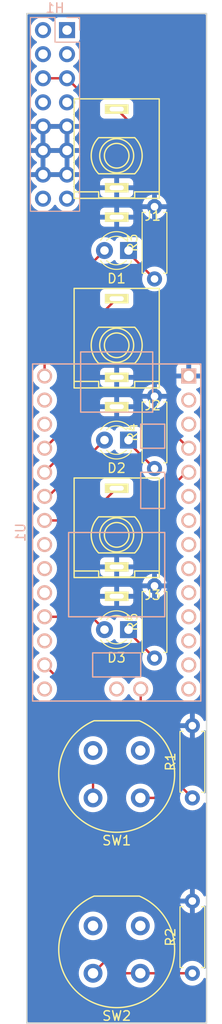
<source format=kicad_pcb>
(kicad_pcb (version 20221018) (generator pcbnew)
  (layers (0 "F.Cu" signal) (31 "B.Cu" signal) (34 "B.Paste" user) (35 "F.Paste" user) (36 "B.SilkS" user "B.Silkscreen") (37 "F.SilkS" user "F.Silkscreen") (38 "B.Mask" user) (39 "F.Mask" user) (44 "Edge.Cuts" user))
  (net 0 "")
  (net 1 "Net-(D1-Pad1)")
  (net 2 "Net-(D2-Pad1)")
  (net 3 "Net-(D3-Pad1)")
  (net 4 "Net-(H1-Pad10)")
  (net 5 "Net-(SW1-Pad2)")
  (net 6 "Net-(H1-Pad5)")
  (net 7 "/SigLed")
  (net 8 "/TrgLed")
  (net 9 "/GatLed")
  (net 10 "/SigIn")
  (net 11 "/TrgOut")
  (net 12 "/GatOut")
  (net 13 "/BtnIn")
  (net 14 "/BtnClr")
  (footprint "LEDs:LED_D3.0mm_FlatTop" (layer "F.Cu") (at 147.75 63 180)
    (fp_text reference "D1" (at 1.27 -2.96 180) (layer "F.SilkS"))
    (fp_text value "LED")
    (fp_line (start -0.29 -1.236) (end -0.29 -1.08) (stroke (width 0.12)) (layer "F.SilkS"))
    (fp_line (start -0.29 1.08) (end -0.29 1.236) (stroke (width 0.12)) (layer "F.SilkS"))
    (fp_arc (start -0.29 -1.235516) (mid 1.366487 -1.987659) (end 2.942335 -1.078608) (stroke (width 0.12)) (layer "F.SilkS"))
    (fp_arc (start 0.229039 -1.08) (mid 1.270117 -1.5) (end 2.31113 -1.079837) (stroke (width 0.12)) (layer "F.SilkS"))
    (fp_arc (start 2.31113 1.079837) (mid 1.270117 1.5) (end 0.229039 1.08) (stroke (width 0.12)) (layer "F.SilkS"))
    (fp_arc (start 2.942335 1.078608) (mid 1.366487 1.987659) (end -0.29 1.235516) (stroke (width 0.12)) (layer "F.SilkS"))
    (pad "1" thru_hole rect (at 0 0 180) (size 1.8 1.8) (drill 0.9) (layers "*.Cu" "*.Mask") (net 1 "Net-(D1-Pad1)"))
    (pad "2" thru_hole circle (at 2.54 0 180) (size 1.8 1.8) (drill 0.9) (layers "*.Cu" "*.Mask") (net 7 "/SigLed"))
  )
  (footprint "LEDs:LED_D3.0mm_FlatTop" (layer "F.Cu") (at 147.75 83 180)
    (fp_text reference "D2" (at 1.27 -2.96 180) (layer "F.SilkS"))
    (fp_text value "LED")
    (fp_line (start -0.29 -1.236) (end -0.29 -1.08) (stroke (width 0.12)) (layer "F.SilkS"))
    (fp_line (start -0.29 1.08) (end -0.29 1.236) (stroke (width 0.12)) (layer "F.SilkS"))
    (fp_arc (start -0.29 -1.235516) (mid 1.366487 -1.987659) (end 2.942335 -1.078608) (stroke (width 0.12)) (layer "F.SilkS"))
    (fp_arc (start 0.229039 -1.08) (mid 1.270117 -1.5) (end 2.31113 -1.079837) (stroke (width 0.12)) (layer "F.SilkS"))
    (fp_arc (start 2.31113 1.079837) (mid 1.270117 1.5) (end 0.229039 1.08) (stroke (width 0.12)) (layer "F.SilkS"))
    (fp_arc (start 2.942335 1.078608) (mid 1.366487 1.987659) (end -0.29 1.235516) (stroke (width 0.12)) (layer "F.SilkS"))
    (pad "1" thru_hole rect (at 0 0 180) (size 1.8 1.8) (drill 0.9) (layers "*.Cu" "*.Mask") (net 2 "Net-(D2-Pad1)"))
    (pad "2" thru_hole circle (at 2.54 0 180) (size 1.8 1.8) (drill 0.9) (layers "*.Cu" "*.Mask") (net 9 "/GatLed"))
  )
  (footprint "LEDs:LED_D3.0mm_FlatTop" (layer "F.Cu") (at 147.75 103 180)
    (fp_text reference "D3" (at 1.27 -2.96 180) (layer "F.SilkS"))
    (fp_text value "LED")
    (fp_line (start -0.29 -1.236) (end -0.29 -1.08) (stroke (width 0.12)) (layer "F.SilkS"))
    (fp_line (start -0.29 1.08) (end -0.29 1.236) (stroke (width 0.12)) (layer "F.SilkS"))
    (fp_arc (start -0.29 -1.235516) (mid 1.366487 -1.987659) (end 2.942335 -1.078608) (stroke (width 0.12)) (layer "F.SilkS"))
    (fp_arc (start 0.229039 -1.08) (mid 1.270117 -1.5) (end 2.31113 -1.079837) (stroke (width 0.12)) (layer "F.SilkS"))
    (fp_arc (start 2.31113 1.079837) (mid 1.270117 1.5) (end 0.229039 1.08) (stroke (width 0.12)) (layer "F.SilkS"))
    (fp_arc (start 2.942335 1.078608) (mid 1.366487 1.987659) (end -0.29 1.235516) (stroke (width 0.12)) (layer "F.SilkS"))
    (pad "1" thru_hole rect (at 0 0 180) (size 1.8 1.8) (drill 0.9) (layers "*.Cu" "*.Mask") (net 3 "Net-(D3-Pad1)"))
    (pad "2" thru_hole circle (at 2.54 0 180) (size 1.8 1.8) (drill 0.9) (layers "*.Cu" "*.Mask") (net 8 "/TrgLed"))
  )
  (footprint "zetaohm:THONKICONN" (layer "F.Cu") (at 146.5 53)
    (fp_text reference "J1" (at 3.81 6.35) (layer "F.SilkS"))
    (fp_text value "Thonk" hide)
    (fp_line (start -4.5 -6) (end -4.5 4.5) (stroke (width 0.15)) (layer "F.SilkS"))
    (fp_line (start -4.5 -6) (end 4.5 -6) (stroke (width 0.15)) (layer "F.SilkS"))
    (fp_line (start -4.5 4.5) (end 4.5 4.5) (stroke (width 0.15)) (layer "F.SilkS"))
    (fp_line (start -4.445 3.81) (end -1.905 3.81) (stroke (width 0.15)) (layer "F.SilkS"))
    (fp_line (start -1.905 -1.905) (end 1.905 -1.905) (stroke (width 0.15)) (layer "F.SilkS"))
    (fp_line (start -1.905 3.81) (end -1.905 4.445) (stroke (width 0.15)) (layer "F.SilkS"))
    (fp_line (start -1.905 4.445) (end 1.905 4.445) (stroke (width 0.15)) (layer "F.SilkS"))
    (fp_line (start 1.905 1.905) (end -1.905 1.905) (stroke (width 0.15)) (layer "F.SilkS"))
    (fp_line (start 1.905 3.81) (end 4.445 3.81) (stroke (width 0.15)) (layer "F.SilkS"))
    (fp_line (start 1.905 4.445) (end 1.905 3.81) (stroke (width 0.15)) (layer "F.SilkS"))
    (fp_line (start 4.5 -6) (end 4.5 4.5) (stroke (width 0.15)) (layer "F.SilkS"))
    (fp_arc (start -1.905 1.905) (mid -2.694077 0) (end -1.905 -1.905) (stroke (width 0.15)) (layer "F.SilkS"))
    (fp_arc (start 1.905 -1.905) (mid 2.694077 0) (end 1.905 1.905) (stroke (width 0.15)) (layer "F.SilkS"))
    (fp_circle (center 0 0) (end 1.27 1.27) (stroke (width 0.15)) (fill none) (layer "F.SilkS"))
    (fp_circle (center 0 0) (end 1.3 0) (stroke (width 0.15)) (fill none) (layer "F.SilkS"))
    (pad "1" thru_hole rect (at 0 6.48) (size 2.5 1) (drill oval 1.5 0.5) (layers "*.Cu" "*.Mask" "F.SilkS") (net 4 "Net-(H1-Pad10)"))
    (pad "2" thru_hole rect (at 0 3.38) (size 2.5 1) (drill oval 1.5 0.5) (layers "*.Cu" "*.Mask" "F.SilkS") (net 4 "Net-(H1-Pad10)"))
    (pad "3" thru_hole rect (at 0 -4.92) (size 2.5 1) (drill oval 1.5 0.5) (layers "*.Cu" "*.Mask" "F.SilkS") (net 10 "/SigIn"))
  )
  (footprint "zetaohm:THONKICONN" (layer "F.Cu") (at 146.5 73)
    (fp_text reference "J2" (at 3.81 6.35) (layer "F.SilkS"))
    (fp_text value "Thonk" hide)
    (fp_line (start -4.5 -6) (end -4.5 4.5) (stroke (width 0.15)) (layer "F.SilkS"))
    (fp_line (start -4.5 -6) (end 4.5 -6) (stroke (width 0.15)) (layer "F.SilkS"))
    (fp_line (start -4.5 4.5) (end 4.5 4.5) (stroke (width 0.15)) (layer "F.SilkS"))
    (fp_line (start -4.445 3.81) (end -1.905 3.81) (stroke (width 0.15)) (layer "F.SilkS"))
    (fp_line (start -1.905 -1.905) (end 1.905 -1.905) (stroke (width 0.15)) (layer "F.SilkS"))
    (fp_line (start -1.905 3.81) (end -1.905 4.445) (stroke (width 0.15)) (layer "F.SilkS"))
    (fp_line (start -1.905 4.445) (end 1.905 4.445) (stroke (width 0.15)) (layer "F.SilkS"))
    (fp_line (start 1.905 1.905) (end -1.905 1.905) (stroke (width 0.15)) (layer "F.SilkS"))
    (fp_line (start 1.905 3.81) (end 4.445 3.81) (stroke (width 0.15)) (layer "F.SilkS"))
    (fp_line (start 1.905 4.445) (end 1.905 3.81) (stroke (width 0.15)) (layer "F.SilkS"))
    (fp_line (start 4.5 -6) (end 4.5 4.5) (stroke (width 0.15)) (layer "F.SilkS"))
    (fp_arc (start -1.905 1.905) (mid -2.694077 0) (end -1.905 -1.905) (stroke (width 0.15)) (layer "F.SilkS"))
    (fp_arc (start 1.905 -1.905) (mid 2.694077 0) (end 1.905 1.905) (stroke (width 0.15)) (layer "F.SilkS"))
    (fp_circle (center 0 0) (end 1.27 1.27) (stroke (width 0.15)) (fill none) (layer "F.SilkS"))
    (fp_circle (center 0 0) (end 1.3 0) (stroke (width 0.15)) (fill none) (layer "F.SilkS"))
    (pad "1" thru_hole rect (at 0 6.48) (size 2.5 1) (drill oval 1.5 0.5) (layers "*.Cu" "*.Mask" "F.SilkS") (net 4 "Net-(H1-Pad10)"))
    (pad "2" thru_hole rect (at 0 3.38) (size 2.5 1) (drill oval 1.5 0.5) (layers "*.Cu" "*.Mask" "F.SilkS") (net 4 "Net-(H1-Pad10)"))
    (pad "3" thru_hole rect (at 0 -4.92) (size 2.5 1) (drill oval 1.5 0.5) (layers "*.Cu" "*.Mask" "F.SilkS") (net 12 "/GatOut"))
  )
  (footprint "zetaohm:THONKICONN" (layer "F.Cu") (at 146.5 93)
    (fp_text reference "J3" (at 3.81 6.35) (layer "F.SilkS"))
    (fp_text value "Thonk" hide)
    (fp_line (start -4.5 -6) (end -4.5 4.5) (stroke (width 0.15)) (layer "F.SilkS"))
    (fp_line (start -4.5 -6) (end 4.5 -6) (stroke (width 0.15)) (layer "F.SilkS"))
    (fp_line (start -4.5 4.5) (end 4.5 4.5) (stroke (width 0.15)) (layer "F.SilkS"))
    (fp_line (start -4.445 3.81) (end -1.905 3.81) (stroke (width 0.15)) (layer "F.SilkS"))
    (fp_line (start -1.905 -1.905) (end 1.905 -1.905) (stroke (width 0.15)) (layer "F.SilkS"))
    (fp_line (start -1.905 3.81) (end -1.905 4.445) (stroke (width 0.15)) (layer "F.SilkS"))
    (fp_line (start -1.905 4.445) (end 1.905 4.445) (stroke (width 0.15)) (layer "F.SilkS"))
    (fp_line (start 1.905 1.905) (end -1.905 1.905) (stroke (width 0.15)) (layer "F.SilkS"))
    (fp_line (start 1.905 3.81) (end 4.445 3.81) (stroke (width 0.15)) (layer "F.SilkS"))
    (fp_line (start 1.905 4.445) (end 1.905 3.81) (stroke (width 0.15)) (layer "F.SilkS"))
    (fp_line (start 4.5 -6) (end 4.5 4.5) (stroke (width 0.15)) (layer "F.SilkS"))
    (fp_arc (start -1.905 1.905) (mid -2.694077 0) (end -1.905 -1.905) (stroke (width 0.15)) (layer "F.SilkS"))
    (fp_arc (start 1.905 -1.905) (mid 2.694077 0) (end 1.905 1.905) (stroke (width 0.15)) (layer "F.SilkS"))
    (fp_circle (center 0 0) (end 1.27 1.27) (stroke (width 0.15)) (fill none) (layer "F.SilkS"))
    (fp_circle (center 0 0) (end 1.3 0) (stroke (width 0.15)) (fill none) (layer "F.SilkS"))
    (pad "1" thru_hole rect (at 0 6.48) (size 2.5 1) (drill oval 1.5 0.5) (layers "*.Cu" "*.Mask" "F.SilkS") (net 4 "Net-(H1-Pad10)"))
    (pad "2" thru_hole rect (at 0 3.38) (size 2.5 1) (drill oval 1.5 0.5) (layers "*.Cu" "*.Mask" "F.SilkS") (net 4 "Net-(H1-Pad10)"))
    (pad "3" thru_hole rect (at 0 -4.92) (size 2.5 1) (drill oval 1.5 0.5) (layers "*.Cu" "*.Mask" "F.SilkS") (net 11 "/TrgOut"))
  )
  (footprint "Resistors_THT:R_Axial_DIN0207_L6.3mm_D2.5mm_P7.62mm_Horizontal" (layer "F.Cu") (at 154.5 120.75 90)
    (fp_text reference "R1" (at 3.81 -2.31 90) (layer "F.SilkS"))
    (fp_text value "4.7k")
    (fp_line (start 0.6 -1.31) (end 7.02 -1.31) (stroke (width 0.12)) (layer "F.SilkS"))
    (fp_line (start 0.6 -0.98) (end 0.6 -1.31) (stroke (width 0.12)) (layer "F.SilkS"))
    (fp_line (start 0.6 0.98) (end 0.6 1.31) (stroke (width 0.12)) (layer "F.SilkS"))
    (fp_line (start 0.6 1.31) (end 7.02 1.31) (stroke (width 0.12)) (layer "F.SilkS"))
    (fp_line (start 7.02 -1.31) (end 7.02 -0.98) (stroke (width 0.12)) (layer "F.SilkS"))
    (fp_line (start 7.02 1.31) (end 7.02 0.98) (stroke (width 0.12)) (layer "F.SilkS"))
    (pad "1" thru_hole circle (at 0 0 90) (size 1.6 1.6) (drill 0.8) (layers "*.Cu" "*.Mask") (net 13 "/BtnIn"))
    (pad "2" thru_hole oval (at 7.62 0 90) (size 1.6 1.6) (drill 0.8) (layers "*.Cu" "*.Mask") (net 4 "Net-(H1-Pad10)"))
  )
  (footprint "Resistors_THT:R_Axial_DIN0207_L6.3mm_D2.5mm_P7.62mm_Horizontal" (layer "F.Cu") (at 154.5 139.25 90)
    (fp_text reference "R2" (at 3.81 -2.31 90) (layer "F.SilkS"))
    (fp_text value "4.7k")
    (fp_line (start 0.6 -1.31) (end 7.02 -1.31) (stroke (width 0.12)) (layer "F.SilkS"))
    (fp_line (start 0.6 -0.98) (end 0.6 -1.31) (stroke (width 0.12)) (layer "F.SilkS"))
    (fp_line (start 0.6 0.98) (end 0.6 1.31) (stroke (width 0.12)) (layer "F.SilkS"))
    (fp_line (start 0.6 1.31) (end 7.02 1.31) (stroke (width 0.12)) (layer "F.SilkS"))
    (fp_line (start 7.02 -1.31) (end 7.02 -0.98) (stroke (width 0.12)) (layer "F.SilkS"))
    (fp_line (start 7.02 1.31) (end 7.02 0.98) (stroke (width 0.12)) (layer "F.SilkS"))
    (pad "1" thru_hole circle (at 0 0 90) (size 1.6 1.6) (drill 0.8) (layers "*.Cu" "*.Mask") (net 14 "/BtnClr"))
    (pad "2" thru_hole oval (at 7.62 0 90) (size 1.6 1.6) (drill 0.8) (layers "*.Cu" "*.Mask") (net 4 "Net-(H1-Pad10)"))
  )
  (footprint "Resistors_THT:R_Axial_DIN0207_L6.3mm_D2.5mm_P7.62mm_Horizontal" (layer "F.Cu") (at 150.5 66 90)
    (fp_text reference "R3" (at 3.81 -2.31 90) (layer "F.SilkS"))
    (fp_text value "150")
    (fp_line (start 0.6 -1.31) (end 7.02 -1.31) (stroke (width 0.12)) (layer "F.SilkS"))
    (fp_line (start 0.6 -0.98) (end 0.6 -1.31) (stroke (width 0.12)) (layer "F.SilkS"))
    (fp_line (start 0.6 0.98) (end 0.6 1.31) (stroke (width 0.12)) (layer "F.SilkS"))
    (fp_line (start 0.6 1.31) (end 7.02 1.31) (stroke (width 0.12)) (layer "F.SilkS"))
    (fp_line (start 7.02 -1.31) (end 7.02 -0.98) (stroke (width 0.12)) (layer "F.SilkS"))
    (fp_line (start 7.02 1.31) (end 7.02 0.98) (stroke (width 0.12)) (layer "F.SilkS"))
    (pad "1" thru_hole circle (at 0 0 90) (size 1.6 1.6) (drill 0.8) (layers "*.Cu" "*.Mask") (net 1 "Net-(D1-Pad1)"))
    (pad "2" thru_hole oval (at 7.62 0 90) (size 1.6 1.6) (drill 0.8) (layers "*.Cu" "*.Mask") (net 4 "Net-(H1-Pad10)"))
  )
  (footprint "Resistors_THT:R_Axial_DIN0207_L6.3mm_D2.5mm_P7.62mm_Horizontal" (layer "F.Cu") (at 150.5 86 90)
    (fp_text reference "R4" (at 3.81 -2.31 90) (layer "F.SilkS"))
    (fp_text value "150")
    (fp_line (start 0.6 -1.31) (end 7.02 -1.31) (stroke (width 0.12)) (layer "F.SilkS"))
    (fp_line (start 0.6 -0.98) (end 0.6 -1.31) (stroke (width 0.12)) (layer "F.SilkS"))
    (fp_line (start 0.6 0.98) (end 0.6 1.31) (stroke (width 0.12)) (layer "F.SilkS"))
    (fp_line (start 0.6 1.31) (end 7.02 1.31) (stroke (width 0.12)) (layer "F.SilkS"))
    (fp_line (start 7.02 -1.31) (end 7.02 -0.98) (stroke (width 0.12)) (layer "F.SilkS"))
    (fp_line (start 7.02 1.31) (end 7.02 0.98) (stroke (width 0.12)) (layer "F.SilkS"))
    (pad "1" thru_hole circle (at 0 0 90) (size 1.6 1.6) (drill 0.8) (layers "*.Cu" "*.Mask") (net 2 "Net-(D2-Pad1)"))
    (pad "2" thru_hole oval (at 7.62 0 90) (size 1.6 1.6) (drill 0.8) (layers "*.Cu" "*.Mask") (net 4 "Net-(H1-Pad10)"))
  )
  (footprint "Resistors_THT:R_Axial_DIN0207_L6.3mm_D2.5mm_P7.62mm_Horizontal" (layer "F.Cu") (at 150.5 106 90)
    (fp_text reference "R5" (at 3.81 -2.31 90) (layer "F.SilkS"))
    (fp_text value "150")
    (fp_line (start 0.6 -1.31) (end 7.02 -1.31) (stroke (width 0.12)) (layer "F.SilkS"))
    (fp_line (start 0.6 -0.98) (end 0.6 -1.31) (stroke (width 0.12)) (layer "F.SilkS"))
    (fp_line (start 0.6 0.98) (end 0.6 1.31) (stroke (width 0.12)) (layer "F.SilkS"))
    (fp_line (start 0.6 1.31) (end 7.02 1.31) (stroke (width 0.12)) (layer "F.SilkS"))
    (fp_line (start 7.02 -1.31) (end 7.02 -0.98) (stroke (width 0.12)) (layer "F.SilkS"))
    (fp_line (start 7.02 1.31) (end 7.02 0.98) (stroke (width 0.12)) (layer "F.SilkS"))
    (pad "1" thru_hole circle (at 0 0 90) (size 1.6 1.6) (drill 0.8) (layers "*.Cu" "*.Mask") (net 3 "Net-(D3-Pad1)"))
    (pad "2" thru_hole oval (at 7.62 0 90) (size 1.6 1.6) (drill 0.8) (layers "*.Cu" "*.Mask") (net 4 "Net-(H1-Pad10)"))
  )
  (footprint "Buttons_Switches_THT:Push_E-Switch_KS01Q01" (layer "F.Cu") (at 149 120.75 180)
    (fp_text reference "SW1" (at 2.5 -4.5 180) (layer "F.SilkS"))
    (fp_text value "SW_SPST")
    (fp_line (start 4.89 8.14) (end 0.11 8.14) (stroke (width 0.15)) (layer "F.SilkS"))
    (fp_arc (start 0.11 8.14) (mid 2.496283 -3.625495) (end 4.896843 8.137095) (stroke (width 0.15)) (layer "F.SilkS"))
    (pad "1" thru_hole circle (at 0 0 180) (size 2 2) (drill 1.1) (layers "*.Cu" "*.Mask") (net 13 "/BtnIn"))
    (pad "2" thru_hole circle (at 5 0 180) (size 2 2) (drill 1.1) (layers "*.Cu" "*.Mask") (net 5 "Net-(SW1-Pad2)"))
    (pad "3" thru_hole circle (at 0 5 180) (size 2 2) (drill 1.1) (layers "*.Cu" "*.Mask"))
    (pad "4" thru_hole circle (at 5 5 180) (size 2 2) (drill 1.1) (layers "*.Cu" "*.Mask"))
  )
  (footprint "Buttons_Switches_THT:Push_E-Switch_KS01Q01" (layer "F.Cu") (at 149 139.25 180)
    (fp_text reference "SW2" (at 2.5 -4.5 180) (layer "F.SilkS"))
    (fp_text value "SW_SPST")
    (fp_line (start 4.89 8.14) (end 0.11 8.14) (stroke (width 0.15)) (layer "F.SilkS"))
    (fp_arc (start 0.11 8.14) (mid 2.496283 -3.625495) (end 4.896843 8.137095) (stroke (width 0.15)) (layer "F.SilkS"))
    (pad "1" thru_hole circle (at 0 0 180) (size 2 2) (drill 1.1) (layers "*.Cu" "*.Mask") (net 14 "/BtnClr"))
    (pad "2" thru_hole circle (at 5 0 180) (size 2 2) (drill 1.1) (layers "*.Cu" "*.Mask") (net 5 "Net-(SW1-Pad2)"))
    (pad "3" thru_hole circle (at 0 5 180) (size 2 2) (drill 1.1) (layers "*.Cu" "*.Mask"))
    (pad "4" thru_hole circle (at 5 5 180) (size 2 2) (drill 1.1) (layers "*.Cu" "*.Mask"))
  )
  (footprint "Pin_Headers:Pin_Header_Straight_2x08_Pitch2.54mm" (layer "B.Cu") (at 141.25 39.75 180)
    (fp_text reference "H1" (at 1.27 2.33 180) (layer "B.SilkS") (effects (justify mirror)))
    (fp_text value "EURO_PWR_2x8")
    (fp_line (start -1.33 -19.11) (end 3.87 -19.11) (stroke (width 0.12)) (layer "B.SilkS"))
    (fp_line (start -1.33 -1.27) (end -1.33 -19.11) (stroke (width 0.12)) (layer "B.SilkS"))
    (fp_line (start -1.33 -1.27) (end 1.27 -1.27) (stroke (width 0.12)) (layer "B.SilkS"))
    (fp_line (start -1.33 0) (end -1.33 1.33) (stroke (width 0.12)) (layer "B.SilkS"))
    (fp_line (start -1.33 1.33) (end 0 1.33) (stroke (width 0.12)) (layer "B.SilkS"))
    (fp_line (start 1.27 -1.27) (end 1.27 1.33) (stroke (width 0.12)) (layer "B.SilkS"))
    (fp_line (start 1.27 1.33) (end 3.87 1.33) (stroke (width 0.12)) (layer "B.SilkS"))
    (fp_line (start 3.87 1.33) (end 3.87 -19.11) (stroke (width 0.12)) (layer "B.SilkS"))
    (pad "1" thru_hole rect (at 0 0 180) (size 1.7 1.7) (drill 1) (layers "*.Cu" "*.Mask"))
    (pad "2" thru_hole oval (at 2.54 0 180) (size 1.7 1.7) (drill 1) (layers "*.Cu" "*.Mask"))
    (pad "3" thru_hole oval (at 0 -2.54 180) (size 1.7 1.7) (drill 1) (layers "*.Cu" "*.Mask"))
    (pad "4" thru_hole oval (at 2.54 -2.54 180) (size 1.7 1.7) (drill 1) (layers "*.Cu" "*.Mask"))
    (pad "5" thru_hole oval (at 0 -5.08 180) (size 1.7 1.7) (drill 1) (layers "*.Cu" "*.Mask") (net 6 "Net-(H1-Pad5)"))
    (pad "6" thru_hole oval (at 2.54 -5.08 180) (size 1.7 1.7) (drill 1) (layers "*.Cu" "*.Mask") (net 6 "Net-(H1-Pad5)"))
    (pad "7" thru_hole oval (at 0 -7.62 180) (size 1.7 1.7) (drill 1) (layers "*.Cu" "*.Mask"))
    (pad "8" thru_hole oval (at 2.54 -7.62 180) (size 1.7 1.7) (drill 1) (layers "*.Cu" "*.Mask"))
    (pad "9" thru_hole oval (at 0 -10.16 180) (size 1.7 1.7) (drill 1) (layers "*.Cu" "*.Mask") (net 4 "Net-(H1-Pad10)"))
    (pad "10" thru_hole oval (at 2.54 -10.16 180) (size 1.7 1.7) (drill 1) (layers "*.Cu" "*.Mask") (net 4 "Net-(H1-Pad10)"))
    (pad "11" thru_hole oval (at 0 -12.7 180) (size 1.7 1.7) (drill 1) (layers "*.Cu" "*.Mask") (net 4 "Net-(H1-Pad10)"))
    (pad "12" thru_hole oval (at 2.54 -12.7 180) (size 1.7 1.7) (drill 1) (layers "*.Cu" "*.Mask") (net 4 "Net-(H1-Pad10)"))
    (pad "13" thru_hole oval (at 0 -15.24 180) (size 1.7 1.7) (drill 1) (layers "*.Cu" "*.Mask") (net 4 "Net-(H1-Pad10)"))
    (pad "14" thru_hole oval (at 2.54 -15.24 180) (size 1.7 1.7) (drill 1) (layers "*.Cu" "*.Mask") (net 4 "Net-(H1-Pad10)"))
    (pad "15" thru_hole oval (at 0 -17.78 180) (size 1.7 1.7) (drill 1) (layers "*.Cu" "*.Mask"))
    (pad "16" thru_hole oval (at 2.54 -17.78 180) (size 1.7 1.7) (drill 1) (layers "*.Cu" "*.Mask"))
  )
  (footprint "teensy:Teensy30_31_32_LC_stdvgHeaders" (layer "B.Cu") (at 146.5 92.75 -90)
    (fp_text reference "U1" (at 0 10.16 270) (layer "B.SilkS") (effects (justify mirror)))
    (fp_text value "Teensy3.2")
    (fp_line (start -19.05 -3.81) (end -19.05 3.81) (stroke (width 0.15)) (layer "B.SilkS"))
    (fp_line (start -19.05 3.81) (end -17.78 3.81) (stroke (width 0.15)) (layer "B.SilkS"))
    (fp_line (start -17.78 -8.89) (end -17.78 8.89) (stroke (width 0.15)) (layer "B.SilkS"))
    (fp_line (start -17.78 -3.81) (end -19.05 -3.81) (stroke (width 0.15)) (layer "B.SilkS"))
    (fp_line (start -17.78 8.89) (end 17.78 8.89) (stroke (width 0.15)) (layer "B.SilkS"))
    (fp_line (start -12.7 -3.81) (end -17.78 -3.81) (stroke (width 0.15)) (layer "B.SilkS"))
    (fp_line (start -12.7 -3.81) (end -12.7 3.81) (stroke (width 0.15)) (layer "B.SilkS"))
    (fp_line (start -12.7 3.81) (end -17.78 3.81) (stroke (width 0.15)) (layer "B.SilkS"))
    (fp_line (start -11.43 -5.08) (end -8.89 -5.08) (stroke (width 0.15)) (layer "B.SilkS"))
    (fp_line (start -11.43 -2.54) (end -11.43 -5.08) (stroke (width 0.15)) (layer "B.SilkS"))
    (fp_line (start -8.89 -5.08) (end -8.89 -2.54) (stroke (width 0.15)) (layer "B.SilkS"))
    (fp_line (start -8.89 -2.54) (end -11.43 -2.54) (stroke (width 0.15)) (layer "B.SilkS"))
    (fp_line (start -6.35 -5.08) (end -2.54 -5.08) (stroke (width 0.15)) (layer "B.SilkS"))
    (fp_line (start -6.35 -2.54) (end -6.35 -5.08) (stroke (width 0.15)) (layer "B.SilkS"))
    (fp_line (start -2.54 -5.08) (end -2.54 -2.54) (stroke (width 0.15)) (layer "B.SilkS"))
    (fp_line (start -2.54 -2.54) (end -6.35 -2.54) (stroke (width 0.15)) (layer "B.SilkS"))
    (fp_line (start 0 5.08) (end 0 -5.08) (stroke (width 0.15)) (layer "B.SilkS"))
    (fp_line (start 8.89 -5.08) (end 0 -5.08) (stroke (width 0.15)) (layer "B.SilkS"))
    (fp_line (start 8.89 -5.08) (end 8.89 5.08) (stroke (width 0.15)) (layer "B.SilkS"))
    (fp_line (start 8.89 5.08) (end 0 5.08) (stroke (width 0.15)) (layer "B.SilkS"))
    (fp_line (start 12.7 -2.54) (end 12.7 2.54) (stroke (width 0.15)) (layer "B.SilkS"))
    (fp_line (start 12.7 2.54) (end 15.24 2.54) (stroke (width 0.15)) (layer "B.SilkS"))
    (fp_line (start 15.24 -2.54) (end 12.7 -2.54) (stroke (width 0.15)) (layer "B.SilkS"))
    (fp_line (start 15.24 2.54) (end 15.24 -2.54) (stroke (width 0.15)) (layer "B.SilkS"))
    (fp_line (start 17.78 -8.89) (end -17.78 -8.89) (stroke (width 0.15)) (layer "B.SilkS"))
    (fp_line (start 17.78 8.89) (end 17.78 -8.89) (stroke (width 0.15)) (layer "B.SilkS"))
    (pad "1" thru_hole rect (at -16.51 -7.62 270) (size 1.6 1.6) (drill 1.1) (layers "*.Cu" "*.Mask" "B.SilkS") (net 4 "Net-(H1-Pad10)"))
    (pad "2" thru_hole circle (at -13.97 -7.62 270) (size 1.6 1.6) (drill 1.1) (layers "*.Cu" "*.Mask" "B.SilkS"))
    (pad "3" thru_hole circle (at -11.43 -7.62 270) (size 1.6 1.6) (drill 1.1) (layers "*.Cu" "*.Mask" "B.SilkS"))
    (pad "4" thru_hole circle (at -8.89 -7.62 270) (size 1.6 1.6) (drill 1.1) (layers "*.Cu" "*.Mask" "B.SilkS") (net 10 "/SigIn"))
    (pad "5" thru_hole circle (at -6.35 -7.62 270) (size 1.6 1.6) (drill 1.1) (layers "*.Cu" "*.Mask" "B.SilkS") (net 13 "/BtnIn"))
    (pad "6" thru_hole circle (at -3.81 -7.62 270) (size 1.6 1.6) (drill 1.1) (layers "*.Cu" "*.Mask" "B.SilkS"))
    (pad "7" thru_hole circle (at -1.27 -7.62 270) (size 1.6 1.6) (drill 1.1) (layers "*.Cu" "*.Mask" "B.SilkS"))
    (pad "8" thru_hole circle (at 1.27 -7.62 270) (size 1.6 1.6) (drill 1.1) (layers "*.Cu" "*.Mask" "B.SilkS"))
    (pad "9" thru_hole circle (at 3.81 -7.62 270) (size 1.6 1.6) (drill 1.1) (layers "*.Cu" "*.Mask" "B.SilkS"))
    (pad "10" thru_hole circle (at 6.35 -7.62 270) (size 1.6 1.6) (drill 1.1) (layers "*.Cu" "*.Mask" "B.SilkS"))
    (pad "11" thru_hole circle (at 8.89 -7.62 270) (size 1.6 1.6) (drill 1.1) (layers "*.Cu" "*.Mask" "B.SilkS"))
    (pad "12" thru_hole circle (at 11.43 -7.62 270) (size 1.6 1.6) (drill 1.1) (layers "*.Cu" "*.Mask" "B.SilkS"))
    (pad "13" thru_hole circle (at 13.97 -7.62 270) (size 1.6 1.6) (drill 1.1) (layers "*.Cu" "*.Mask" "B.SilkS"))
    (pad "14" thru_hole circle (at 16.51 -7.62 270) (size 1.6 1.6) (drill 1.1) (layers "*.Cu" "*.Mask" "B.SilkS"))
    (pad "16" thru_hole circle (at 16.51 -2.54 270) (size 1.6 1.6) (drill 1.1) (layers "*.Cu" "*.Mask" "B.SilkS") (net 5 "Net-(SW1-Pad2)"))
    (pad "17" thru_hole circle (at 16.51 0 270) (size 1.6 1.6) (drill 1.1) (layers "*.Cu" "*.Mask" "B.SilkS"))
    (pad "20" thru_hole circle (at 16.51 7.62 270) (size 1.6 1.6) (drill 1.1) (layers "*.Cu" "*.Mask" "B.SilkS"))
    (pad "21" thru_hole circle (at 13.97 7.62 270) (size 1.6 1.6) (drill 1.1) (layers "*.Cu" "*.Mask" "B.SilkS") (net 14 "/BtnClr"))
    (pad "22" thru_hole circle (at 11.43 7.62 270) (size 1.6 1.6) (drill 1.1) (layers "*.Cu" "*.Mask" "B.SilkS"))
    (pad "23" thru_hole circle (at 8.89 7.62 270) (size 1.6 1.6) (drill 1.1) (layers "*.Cu" "*.Mask" "B.SilkS") (net 8 "/TrgLed"))
    (pad "24" thru_hole circle (at 6.35 7.62 270) (size 1.6 1.6) (drill 1.1) (layers "*.Cu" "*.Mask" "B.SilkS"))
    (pad "25" thru_hole circle (at 3.81 7.62 270) (size 1.6 1.6) (drill 1.1) (layers "*.Cu" "*.Mask" "B.SilkS"))
    (pad "26" thru_hole circle (at 1.27 7.62 270) (size 1.6 1.6) (drill 1.1) (layers "*.Cu" "*.Mask" "B.SilkS"))
    (pad "27" thru_hole circle (at -1.27 7.62 270) (size 1.6 1.6) (drill 1.1) (layers "*.Cu" "*.Mask" "B.SilkS") (net 11 "/TrgOut"))
    (pad "28" thru_hole circle (at -3.81 7.62 270) (size 1.6 1.6) (drill 1.1) (layers "*.Cu" "*.Mask" "B.SilkS") (net 9 "/GatLed"))
    (pad "29" thru_hole circle (at -6.35 7.62 270) (size 1.6 1.6) (drill 1.1) (layers "*.Cu" "*.Mask" "B.SilkS") (net 12 "/GatOut"))
    (pad "30" thru_hole circle (at -8.89 7.62 270) (size 1.6 1.6) (drill 1.1) (layers "*.Cu" "*.Mask" "B.SilkS") (net 7 "/SigLed"))
    (pad "31" thru_hole circle (at -11.43 7.62 270) (size 1.6 1.6) (drill 1.1) (layers "*.Cu" "*.Mask" "B.SilkS"))
    (pad "32" thru_hole circle (at -13.97 7.62 270) (size 1.6 1.6) (drill 1.1) (layers "*.Cu" "*.Mask" "B.SilkS"))
    (pad "33" thru_hole circle (at -16.51 7.62 270) (size 1.6 1.6) (drill 1.1) (layers "*.Cu" "*.Mask" "B.SilkS") (net 6 "Net-(H1-Pad5)"))
  )
  (footprint "drill_holes:cp_third_inch" (layer "B.Cu") (at 151 42.5 180)
    (fp_text reference "G***" hide)
    (fp_text value "LOGO" hide)
  )
  (gr_line (start 137 38) (end 156 38) (stroke (width 0.15)) (layer "Edge.Cuts"))
  (gr_line (start 137 144.5) (end 137 38) (stroke (width 0.15)) (layer "Edge.Cuts"))
  (gr_line (start 156 38) (end 156 144.5) (stroke (width 0.15)) (layer "Edge.Cuts"))
  (gr_line (start 156 144.5) (end 137 144.5) (stroke (width 0.15)) (layer "Edge.Cuts"))
  (segment (start 154.12 94.02) (end 154.12 93.87) (width 0.25) (layer "F.Cu") (net 0))
  (segment (start 154.12 96.56) (end 154.06 96.56) (width 0.25) (layer "F.Cu") (net 0))
  (segment (start 154.12 104.01) (end 153.99 104.01) (width 0.25) (layer "F.Cu") (net 0))
  (segment (start 154.12 109.26) (end 154.12 109.38) (width 0.25) (layer "F.Cu") (net 0))
  (segment (start 138.88 81.32) (end 138.88 81.38) (width 0.25) (layer "F.Cu") (net 0))
  (segment (start 154.12 99.1) (end 154.1 99.1) (width 0.25) (layer "F.Cu") (net 0))
  (segment (start 154.12 91.48) (end 154.12 91.37) (width 0.25) (layer "F.Cu") (net 0))
  (segment (start 147.75 63.25) (end 150.5 66) (width 0.25) (layer "F.Cu") (net 1))
  (segment (start 147.75 63) (end 147.75 63.25) (width 0.25) (layer "F.Cu") (net 1))
  (segment (start 147.75 83.25) (end 150.5 86) (width 0.25) (layer "F.Cu") (net 2))
  (segment (start 147.75 83) (end 147.75 83.25) (width 0.25) (layer "F.Cu") (net 2))
  (segment (start 147.75 103.25) (end 150.5 106) (width 0.25) (layer "F.Cu") (net 3))
  (segment (start 147.75 103) (end 147.75 103.25) (width 0.25) (layer "F.Cu") (net 3))
  (segment (start 149.04 113.21) (end 145.75 116.5) (width 0.25) (layer "F.Cu") (net 5))
  (segment (start 144 118.25) (end 144 120.75) (width 0.25) (layer "F.Cu") (net 5))
  (segment (start 145.75 137.5) (end 145.75 116.5) (width 0.25) (layer "F.Cu") (net 5))
  (segment (start 145.75 116.5) (end 144 118.25) (width 0.25) (layer "F.Cu") (net 5))
  (segment (start 149.04 109.26) (end 149.04 113.21) (width 0.25) (layer "F.Cu") (net 5))
  (segment (start 144 139.25) (end 145.75 137.5) (width 0.25) (layer "F.Cu") (net 5))
  (segment (start 141.25 44.83) (end 142.75 46.33) (width 0.25) (layer "F.Cu") (net 6))
  (segment (start 142.75 46.33) (end 142.75 58.25) (width 0.25) (layer "F.Cu") (net 6))
  (segment (start 142.75 58.25) (end 138.88 62.12) (width 0.25) (layer "F.Cu") (net 6))
  (segment (start 138.88 62.12) (end 138.88 76.24) (width 0.25) (layer "F.Cu") (net 6))
  (segment (start 138.88 76.07) (end 139.07 76.07) (width 0.25) (layer "F.Cu") (net 6))
  (segment (start 138.71 44.83) (end 141.25 44.83) (width 0.25) (layer "F.Cu") (net 6))
  (segment (start 138.88 76.07) (end 138.88 76.38) (width 0.25) (layer "B.Cu") (net 6))
  (segment (start 138.89 83.86) (end 140.5 82.25) (width 0.25) (layer "F.Cu") (net 7))
  (segment (start 140.5 82.25) (end 140.5 67.71) (width 0.25) (layer "F.Cu") (net 7))
  (segment (start 140.5 67.71) (end 145.21 63) (width 0.25) (layer "F.Cu") (net 7))
  (segment (start 138.88 83.86) (end 138.89 83.86) (width 0.25) (layer "F.Cu") (net 7))
  (segment (start 143.85 101.64) (end 145.21 103) (width 0.25) (layer "F.Cu") (net 8))
  (segment (start 138.88 101.64) (end 143.85 101.64) (width 0.25) (layer "F.Cu") (net 8))
  (segment (start 139.27 88.94) (end 145.21 83) (width 0.25) (layer "F.Cu") (net 9))
  (segment (start 138.88 88.94) (end 139.27 88.94) (width 0.25) (layer "F.Cu") (net 9))
  (segment (start 154.11 83.86) (end 152.5 82.25) (width 0.25) (layer "F.Cu") (net 10))
  (segment (start 152.5 82.25) (end 152.5 54.08) (width 0.25) (layer "F.Cu") (net 10))
  (segment (start 152.5 54.08) (end 146.5 48.08) (width 0.25) (layer "F.Cu") (net 10))
  (segment (start 154.12 83.86) (end 154.11 83.86) (width 0.25) (layer "F.Cu") (net 10))
  (segment (start 143.1 91.48) (end 146.5 88.08) (width 0.25) (layer "F.Cu") (net 11))
  (segment (start 138.88 91.48) (end 143.1 91.48) (width 0.25) (layer "F.Cu") (net 11))
  (segment (start 138.88 86.37) (end 140.950002 84.299998) (width 0.25) (layer "F.Cu") (net 12))
  (segment (start 140.950002 84.299998) (end 140.950002 73.629998) (width 0.25) (layer "F.Cu") (net 12))
  (segment (start 140.950002 73.629998) (end 146.5 68.08) (width 0.25) (layer "F.Cu") (net 12))
  (segment (start 138.88 86.4) (end 138.88 86.37) (width 0.25) (layer "F.Cu") (net 12))
  (segment (start 153.85 86.4) (end 152.5 87.75) (width 0.25) (layer "F.Cu") (net 13))
  (segment (start 152.5 87.75) (end 152.5 118.75) (width 0.25) (layer "F.Cu") (net 13))
  (segment (start 152.5 118.75) (end 154.5 120.75) (width 0.25) (layer "F.Cu") (net 13))
  (segment (start 150.5 120.75) (end 152.5 118.75) (width 0.25) (layer "F.Cu") (net 13))
  (segment (start 154.12 86.4) (end 153.85 86.4) (width 0.25) (layer "F.Cu") (net 13))
  (segment (start 149 120.75) (end 150.5 120.75) (width 0.25) (layer "F.Cu") (net 13))
  (segment (start 154.12 86.4) (end 154.1 86.4) (width 0.25) (layer "B.Cu") (net 13))
  (segment (start 146.5 139.25) (end 144.75 141) (width 0.25) (layer "F.Cu") (net 14))
  (segment (start 144.75 141) (end 143.25 141) (width 0.25) (layer "F.Cu") (net 14))
  (segment (start 143.25 141) (end 142.25 140) (width 0.25) (layer "F.Cu") (net 14))
  (segment (start 142.25 140) (end 142.25 110.09) (width 0.25) (layer "F.Cu") (net 14))
  (segment (start 142.25 110.09) (end 138.88 106.72) (width 0.25) (layer "F.Cu") (net 14))
  (segment (start 149 139.25) (end 154.5 139.25) (width 0.25) (layer "F.Cu") (net 14))
  (segment (start 149 139.25) (end 146.5 139.25) (width 0.25) (layer "F.Cu") (net 14))
  (zone (net 4) (net_name "Net-(H1-Pad10)") (layer "F.Cu") (connect_pads (clearance 0.508)) (min_thickness 0.254) (fill yes (thermal_gap 0.508) (thermal_bridge_width 0.508))
    (polygon (pts (xy 156 144.5) (xy 137 144.5) (xy 137 38) (xy 156 38)))
  )
  (zone (net 0) (net_name "") (layer "F.Cu") (connect_pads (clearance 0)) (min_thickness 0.254)
    (keepout (tracks not_allowed) (vias not_allowed) (pads allowed) (copperpour not_allowed) (footprints allowed))
    (fill (thermal_gap 0.508) (thermal_bridge_width 0.508))
    (polygon (pts (xy 146.5 51.5) (xy 147.25 51.5) (xy 148 52.25) (xy 148 53.75) (xy 147.25 54.5) (xy 145.75 54.5) (xy 145 53.75) (xy 145 52.25) (xy 145.75 51.5)))
  )
  (zone (net 0) (net_name "") (layer "F.Cu") (connect_pads (clearance 0)) (min_thickness 0.254)
    (keepout (tracks not_allowed) (vias not_allowed) (pads allowed) (copperpour not_allowed) (footprints allowed))
    (fill (thermal_gap 0.508) (thermal_bridge_width 0.508))
    (polygon (pts (xy 146.5 71.5) (xy 147.25 71.5) (xy 148 72.25) (xy 148 73.75) (xy 147.25 74.5) (xy 145.75 74.5) (xy 145 73.75) (xy 145 72.25) (xy 145.75 71.5)))
  )
  (zone (net 0) (net_name "") (layer "F.Cu") (connect_pads (clearance 0)) (min_thickness 0.254)
    (keepout (tracks not_allowed) (vias not_allowed) (pads allowed) (copperpour not_allowed) (footprints allowed))
    (fill (thermal_gap 0.508) (thermal_bridge_width 0.508))
    (polygon (pts (xy 146.5 91.5) (xy 147.25 91.5) (xy 148 92.25) (xy 148 93.75) (xy 147.25 94.5) (xy 145.75 94.5) (xy 145 93.75) (xy 145 92.25) (xy 145.75 91.5)))
  )
  (zone (net 4) (net_name "Net-(H1-Pad10)") (layer "B.Cu") (connect_pads (clearance 0.508)) (min_thickness 0.254) (fill yes (thermal_gap 0.508) (thermal_bridge_width 0.508))
    (polygon (pts (xy 156 144.5) (xy 137 144.5) (xy 137 38) (xy 156 38)))
  )
)
</source>
